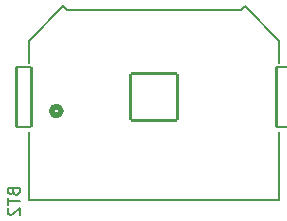
<source format=gbo>
G04 #@! TF.GenerationSoftware,KiCad,Pcbnew,8.0.6*
G04 #@! TF.CreationDate,2024-11-12T21:30:20-08:00*
G04 #@! TF.ProjectId,sensor_board,73656e73-6f72-45f6-926f-6172642e6b69,rev?*
G04 #@! TF.SameCoordinates,Original*
G04 #@! TF.FileFunction,Legend,Bot*
G04 #@! TF.FilePolarity,Positive*
%FSLAX46Y46*%
G04 Gerber Fmt 4.6, Leading zero omitted, Abs format (unit mm)*
G04 Created by KiCad (PCBNEW 8.0.6) date 2024-11-12 21:30:20*
%MOMM*%
%LPD*%
G01*
G04 APERTURE LIST*
G04 Aperture macros list*
%AMRoundRect*
0 Rectangle with rounded corners*
0 $1 Rounding radius*
0 $2 $3 $4 $5 $6 $7 $8 $9 X,Y pos of 4 corners*
0 Add a 4 corners polygon primitive as box body*
4,1,4,$2,$3,$4,$5,$6,$7,$8,$9,$2,$3,0*
0 Add four circle primitives for the rounded corners*
1,1,$1+$1,$2,$3*
1,1,$1+$1,$4,$5*
1,1,$1+$1,$6,$7*
1,1,$1+$1,$8,$9*
0 Add four rect primitives between the rounded corners*
20,1,$1+$1,$2,$3,$4,$5,0*
20,1,$1+$1,$4,$5,$6,$7,0*
20,1,$1+$1,$6,$7,$8,$9,0*
20,1,$1+$1,$8,$9,$2,$3,0*%
G04 Aperture macros list end*
%ADD10C,0.150000*%
%ADD11C,0.508000*%
%ADD12C,0.127000*%
%ADD13C,0.991000*%
%ADD14C,4.400000*%
%ADD15RoundRect,0.102000X1.980000X1.980000X-1.980000X1.980000X-1.980000X-1.980000X1.980000X-1.980000X0*%
%ADD16RoundRect,0.102000X0.635000X2.540000X-0.635000X2.540000X-0.635000X-2.540000X0.635000X-2.540000X0*%
G04 APERTURE END LIST*
D10*
X8394609Y-27894685D02*
X8442228Y-28037542D01*
X8442228Y-28037542D02*
X8489847Y-28085161D01*
X8489847Y-28085161D02*
X8585085Y-28132780D01*
X8585085Y-28132780D02*
X8727942Y-28132780D01*
X8727942Y-28132780D02*
X8823180Y-28085161D01*
X8823180Y-28085161D02*
X8870800Y-28037542D01*
X8870800Y-28037542D02*
X8918419Y-27942304D01*
X8918419Y-27942304D02*
X8918419Y-27561352D01*
X8918419Y-27561352D02*
X7918419Y-27561352D01*
X7918419Y-27561352D02*
X7918419Y-27894685D01*
X7918419Y-27894685D02*
X7966038Y-27989923D01*
X7966038Y-27989923D02*
X8013657Y-28037542D01*
X8013657Y-28037542D02*
X8108895Y-28085161D01*
X8108895Y-28085161D02*
X8204133Y-28085161D01*
X8204133Y-28085161D02*
X8299371Y-28037542D01*
X8299371Y-28037542D02*
X8346990Y-27989923D01*
X8346990Y-27989923D02*
X8394609Y-27894685D01*
X8394609Y-27894685D02*
X8394609Y-27561352D01*
X7918419Y-28418495D02*
X7918419Y-28989923D01*
X8918419Y-28704209D02*
X7918419Y-28704209D01*
X8013657Y-29275638D02*
X7966038Y-29323257D01*
X7966038Y-29323257D02*
X7918419Y-29418495D01*
X7918419Y-29418495D02*
X7918419Y-29656590D01*
X7918419Y-29656590D02*
X7966038Y-29751828D01*
X7966038Y-29751828D02*
X8013657Y-29799447D01*
X8013657Y-29799447D02*
X8108895Y-29847066D01*
X8108895Y-29847066D02*
X8204133Y-29847066D01*
X8204133Y-29847066D02*
X8346990Y-29799447D01*
X8346990Y-29799447D02*
X8918419Y-29228019D01*
X8918419Y-29228019D02*
X8918419Y-29847066D01*
D11*
G04 #@! TO.C,J4*
X12413300Y-21057499D02*
G75*
G02*
X11651300Y-21057499I-381000J0D01*
G01*
X11651300Y-21057499D02*
G75*
G02*
X12413300Y-21057499I381000J0D01*
G01*
D12*
G04 #@! TO.C,BT2*
X9695000Y-15169030D02*
X12565870Y-12150540D01*
X9695000Y-16992000D02*
X9695000Y-15169030D01*
X9695000Y-22792000D02*
X9695000Y-28620600D01*
X9695000Y-28620600D02*
X30905000Y-28620600D01*
X12565870Y-12150540D02*
X12934000Y-12500600D01*
X12934000Y-12500600D02*
X27666000Y-12500600D01*
X27666000Y-12500600D02*
X28034130Y-12150540D01*
X30905000Y-15169030D02*
X28034130Y-12150540D01*
X30905000Y-16992000D02*
X30905000Y-15169030D01*
X30905000Y-22792000D02*
X30905000Y-28620600D01*
G04 #@! TD*
%LPC*%
D13*
G04 #@! TO.C,U3*
X5865000Y-6610000D03*
X6880000Y-11690000D03*
X4850000Y-11690000D03*
G04 #@! TD*
D14*
G04 #@! TO.C,H4*
X37800000Y-27800000D03*
G04 #@! TD*
G04 #@! TO.C,H3*
X2800000Y-27800000D03*
G04 #@! TD*
G04 #@! TO.C,H2*
X37800000Y-2800000D03*
G04 #@! TD*
G04 #@! TO.C,H1*
X2800000Y-2800000D03*
G04 #@! TD*
D15*
G04 #@! TO.C,BT2*
X20300000Y-19892000D03*
D16*
X31285000Y-19892000D03*
X9315000Y-19892000D03*
G04 #@! TD*
%LPD*%
M02*

</source>
